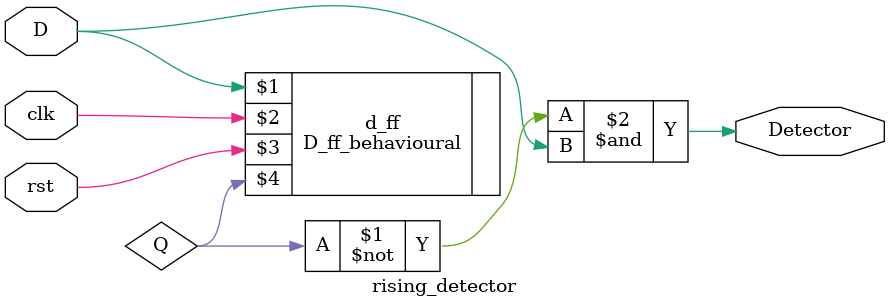
<source format=v>
 module rising_detector(input clk,rst,D, output Detector);
   wire Q;
  
   and A1(Detector,~Q,D);
  
  ////Instantiation
  D_ff_behavioural d_ff(D,clk,rst,Q);
  
 endmodule  
 
 
 
</source>
